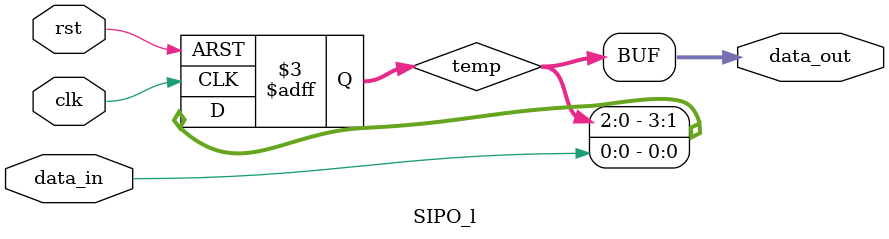
<source format=v>
module SIPO (clk,rst,data_in,data_out); input clk;
 

input rst; input data_in;
output [3:0] data_out;

reg [3:0] temp;

assign data_out=temp;

always @ (posedge clk, negedge rst) begin if(!rst) temp<=4'b0000;
else begin
temp[0]<=data_in; temp[1]<=temp[0]; temp[2]<=temp[1]; temp[3]<=temp[2]; end
end endmodule
 

module SIPO_l (clk,rst,data_in,data_out); input clk;
input rst; input data_in;
output [3:0] data_out;

reg [3:0] temp;

assign data_out=temp;
always @ (posedge clk, negedge rst) begin if(!rst) temp<=4'b0000;
else begin
temp<={temp[2:0],data_in}; end
end endmodule
</source>
